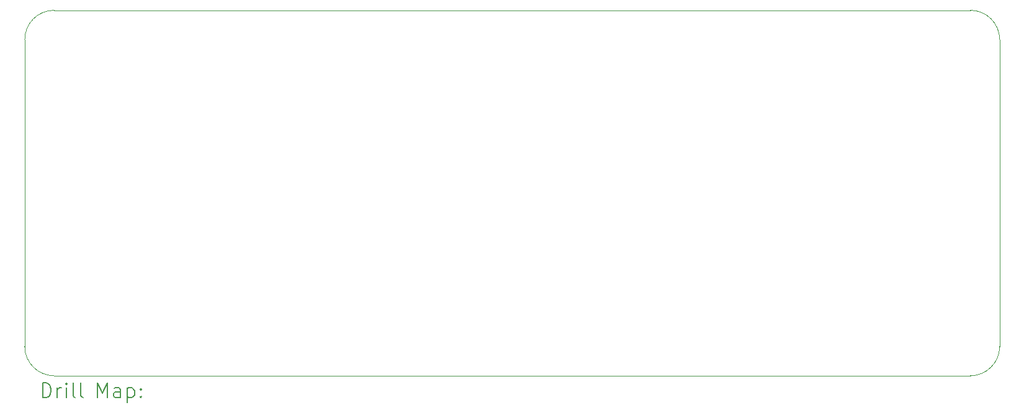
<source format=gbr>
%TF.GenerationSoftware,KiCad,Pcbnew,(6.99.0-2815-gbbc0c61ccb)*%
%TF.CreationDate,2022-10-20T00:59:06+07:00*%
%TF.ProjectId,Input_Switch_8X,496e7075-745f-4537-9769-7463685f3858,rev?*%
%TF.SameCoordinates,Original*%
%TF.FileFunction,Drillmap*%
%TF.FilePolarity,Positive*%
%FSLAX45Y45*%
G04 Gerber Fmt 4.5, Leading zero omitted, Abs format (unit mm)*
G04 Created by KiCad (PCBNEW (6.99.0-2815-gbbc0c61ccb)) date 2022-10-20 00:59:06*
%MOMM*%
%LPD*%
G01*
G04 APERTURE LIST*
%ADD10C,0.100000*%
%ADD11C,0.200000*%
G04 APERTURE END LIST*
D10*
X7700000Y-4390000D02*
G75*
G03*
X7300000Y-4790000I0J-400000D01*
G01*
X7700000Y-9387157D02*
X20200000Y-9387157D01*
X7300000Y-4790000D02*
X7300000Y-8987157D01*
X7300003Y-8987157D02*
G75*
G03*
X7700000Y-9387157I399997J-3D01*
G01*
X20600000Y-4790000D02*
G75*
G03*
X20200000Y-4390000I-400000J0D01*
G01*
X20200000Y-9387160D02*
G75*
G03*
X20600000Y-8987157I0J400000D01*
G01*
X20200000Y-4390000D02*
X7700000Y-4390000D01*
X20600000Y-8987157D02*
X20600000Y-4790000D01*
D11*
X7542619Y-9685633D02*
X7542619Y-9485633D01*
X7542619Y-9485633D02*
X7590238Y-9485633D01*
X7590238Y-9485633D02*
X7618809Y-9495157D01*
X7618809Y-9495157D02*
X7637857Y-9514205D01*
X7637857Y-9514205D02*
X7647381Y-9533253D01*
X7647381Y-9533253D02*
X7656905Y-9571348D01*
X7656905Y-9571348D02*
X7656905Y-9599919D01*
X7656905Y-9599919D02*
X7647381Y-9638014D01*
X7647381Y-9638014D02*
X7637857Y-9657062D01*
X7637857Y-9657062D02*
X7618809Y-9676110D01*
X7618809Y-9676110D02*
X7590238Y-9685633D01*
X7590238Y-9685633D02*
X7542619Y-9685633D01*
X7742619Y-9685633D02*
X7742619Y-9552300D01*
X7742619Y-9590395D02*
X7752143Y-9571348D01*
X7752143Y-9571348D02*
X7761667Y-9561824D01*
X7761667Y-9561824D02*
X7780714Y-9552300D01*
X7780714Y-9552300D02*
X7799762Y-9552300D01*
X7866428Y-9685633D02*
X7866428Y-9552300D01*
X7866428Y-9485633D02*
X7856905Y-9495157D01*
X7856905Y-9495157D02*
X7866428Y-9504681D01*
X7866428Y-9504681D02*
X7875952Y-9495157D01*
X7875952Y-9495157D02*
X7866428Y-9485633D01*
X7866428Y-9485633D02*
X7866428Y-9504681D01*
X7990238Y-9685633D02*
X7971190Y-9676110D01*
X7971190Y-9676110D02*
X7961667Y-9657062D01*
X7961667Y-9657062D02*
X7961667Y-9485633D01*
X8095000Y-9685633D02*
X8075952Y-9676110D01*
X8075952Y-9676110D02*
X8066428Y-9657062D01*
X8066428Y-9657062D02*
X8066428Y-9485633D01*
X8291190Y-9685633D02*
X8291190Y-9485633D01*
X8291190Y-9485633D02*
X8357857Y-9628491D01*
X8357857Y-9628491D02*
X8424524Y-9485633D01*
X8424524Y-9485633D02*
X8424524Y-9685633D01*
X8605476Y-9685633D02*
X8605476Y-9580872D01*
X8605476Y-9580872D02*
X8595952Y-9561824D01*
X8595952Y-9561824D02*
X8576905Y-9552300D01*
X8576905Y-9552300D02*
X8538809Y-9552300D01*
X8538809Y-9552300D02*
X8519762Y-9561824D01*
X8605476Y-9676110D02*
X8586429Y-9685633D01*
X8586429Y-9685633D02*
X8538809Y-9685633D01*
X8538809Y-9685633D02*
X8519762Y-9676110D01*
X8519762Y-9676110D02*
X8510238Y-9657062D01*
X8510238Y-9657062D02*
X8510238Y-9638014D01*
X8510238Y-9638014D02*
X8519762Y-9618967D01*
X8519762Y-9618967D02*
X8538809Y-9609443D01*
X8538809Y-9609443D02*
X8586429Y-9609443D01*
X8586429Y-9609443D02*
X8605476Y-9599919D01*
X8700714Y-9552300D02*
X8700714Y-9752300D01*
X8700714Y-9561824D02*
X8719762Y-9552300D01*
X8719762Y-9552300D02*
X8757857Y-9552300D01*
X8757857Y-9552300D02*
X8776905Y-9561824D01*
X8776905Y-9561824D02*
X8786429Y-9571348D01*
X8786429Y-9571348D02*
X8795952Y-9590395D01*
X8795952Y-9590395D02*
X8795952Y-9647538D01*
X8795952Y-9647538D02*
X8786429Y-9666586D01*
X8786429Y-9666586D02*
X8776905Y-9676110D01*
X8776905Y-9676110D02*
X8757857Y-9685633D01*
X8757857Y-9685633D02*
X8719762Y-9685633D01*
X8719762Y-9685633D02*
X8700714Y-9676110D01*
X8881667Y-9666586D02*
X8891190Y-9676110D01*
X8891190Y-9676110D02*
X8881667Y-9685633D01*
X8881667Y-9685633D02*
X8872143Y-9676110D01*
X8872143Y-9676110D02*
X8881667Y-9666586D01*
X8881667Y-9666586D02*
X8881667Y-9685633D01*
X8881667Y-9561824D02*
X8891190Y-9571348D01*
X8891190Y-9571348D02*
X8881667Y-9580872D01*
X8881667Y-9580872D02*
X8872143Y-9571348D01*
X8872143Y-9571348D02*
X8881667Y-9561824D01*
X8881667Y-9561824D02*
X8881667Y-9580872D01*
M02*

</source>
